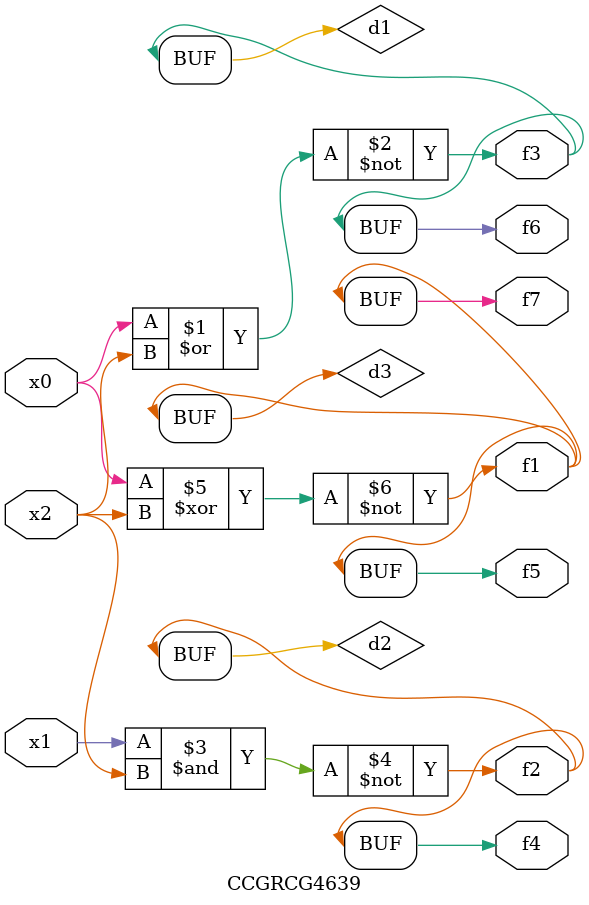
<source format=v>
module CCGRCG4639(
	input x0, x1, x2,
	output f1, f2, f3, f4, f5, f6, f7
);

	wire d1, d2, d3;

	nor (d1, x0, x2);
	nand (d2, x1, x2);
	xnor (d3, x0, x2);
	assign f1 = d3;
	assign f2 = d2;
	assign f3 = d1;
	assign f4 = d2;
	assign f5 = d3;
	assign f6 = d1;
	assign f7 = d3;
endmodule

</source>
